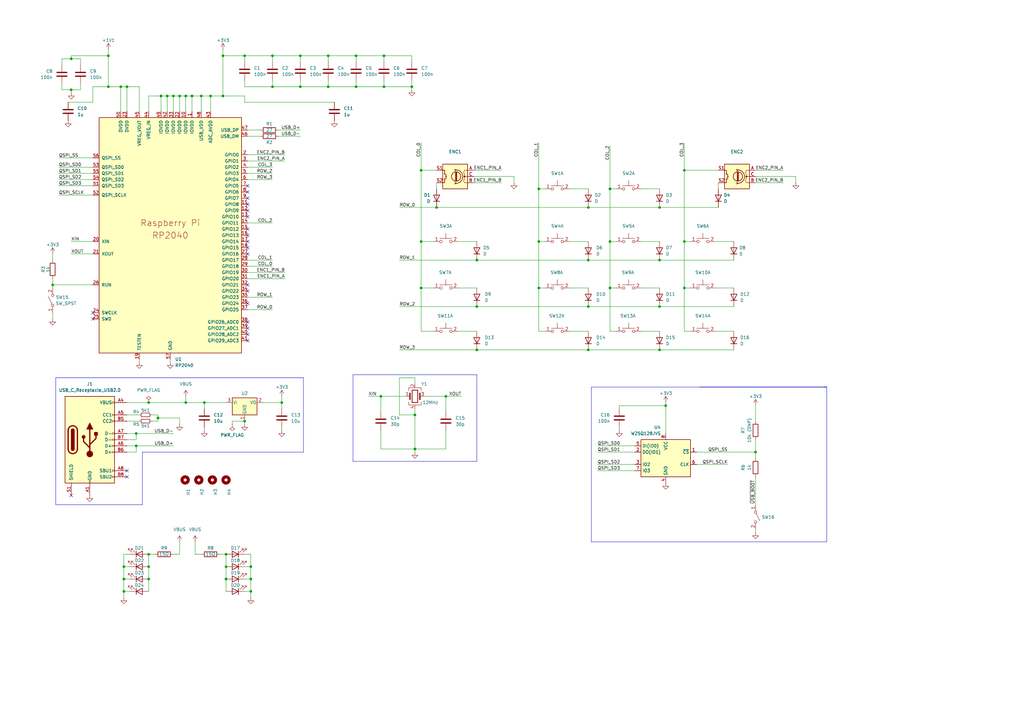
<source format=kicad_sch>
(kicad_sch (version 20230121) (generator eeschema)
  (paper "A3")
  (junction (at 195.58 106.68))
  (junction (at 182.88 162.56))
  (junction (at 170.18 184.15))
  (junction (at 76.2 165.1))
  (junction (at 78.74 39.37))
  (junction (at 280.67 69.85))
  (junction (at 29.21 36.83))
  (junction (at 91.44 39.37))
  (junction (at 168.91 35.56))
  (junction (at 60.96 237.49))
  (junction (at 270.51 85.09))
  (junction (at 220.98 118.11))
  (junction (at 68.58 39.37))
  (junction (at 270.51 125.73))
  (junction (at 92.71 232.41))
  (junction (at 83.82 165.1))
  (junction (at 100.33 172.72))
  (junction (at 179.07 85.09))
  (junction (at 170.18 170.18))
  (junction (at 52.07 35.56))
  (junction (at 134.62 35.56))
  (junction (at 172.72 118.11))
  (junction (at 71.12 39.37))
  (junction (at 21.59 116.84))
  (junction (at 280.67 99.06))
  (junction (at 250.19 99.06))
  (junction (at 50.8 237.49))
  (junction (at 309.88 185.42))
  (junction (at 146.05 22.86))
  (junction (at 91.44 22.86))
  (junction (at 102.87 232.41))
  (junction (at 86.36 39.37))
  (junction (at 134.62 22.86))
  (junction (at 156.21 162.56))
  (junction (at 157.48 35.56))
  (junction (at 123.19 35.56))
  (junction (at 273.05 166.37))
  (junction (at 123.19 22.86))
  (junction (at 250.19 77.47))
  (junction (at 195.58 125.73))
  (junction (at 102.87 237.49))
  (junction (at 49.53 35.56))
  (junction (at 241.3 143.51))
  (junction (at 44.45 35.56))
  (junction (at 60.96 165.1))
  (junction (at 50.8 242.57))
  (junction (at 50.8 232.41))
  (junction (at 220.98 99.06))
  (junction (at 60.96 227.33))
  (junction (at 250.19 118.11))
  (junction (at 102.87 242.57))
  (junction (at 64.77 171.45))
  (junction (at 172.72 99.06))
  (junction (at 92.71 227.33))
  (junction (at 55.88 177.8))
  (junction (at 111.76 35.56))
  (junction (at 241.3 85.09))
  (junction (at 241.3 106.68))
  (junction (at 172.72 69.85))
  (junction (at 82.55 39.37))
  (junction (at 280.67 118.11))
  (junction (at 66.04 39.37))
  (junction (at 157.48 22.86))
  (junction (at 115.57 165.1))
  (junction (at 220.98 77.47))
  (junction (at 29.21 24.13))
  (junction (at 270.51 106.68))
  (junction (at 100.33 22.86))
  (junction (at 55.88 182.88))
  (junction (at 73.66 39.37))
  (junction (at 241.3 125.73))
  (junction (at 92.71 237.49))
  (junction (at 60.96 232.41))
  (junction (at 195.58 143.51))
  (junction (at 76.2 39.37))
  (junction (at 270.51 143.51))
  (junction (at 44.45 22.86))
  (junction (at 146.05 35.56))
  (junction (at 111.76 22.86))
  (no_connect (at 101.6 76.2))
  (no_connect (at 101.6 119.38))
  (no_connect (at 29.21 203.2))
  (no_connect (at 52.07 195.58))
  (no_connect (at 101.6 124.46))
  (no_connect (at 101.6 96.52))
  (no_connect (at 101.6 83.82))
  (no_connect (at 38.1 130.81))
  (no_connect (at 101.6 132.08))
  (no_connect (at 101.6 137.16))
  (no_connect (at 101.6 78.74))
  (no_connect (at 101.6 139.7))
  (no_connect (at 101.6 116.84))
  (no_connect (at 101.6 99.06))
  (no_connect (at 101.6 93.98))
  (no_connect (at 101.6 101.6))
  (no_connect (at 38.1 128.27))
  (no_connect (at 101.6 104.14))
  (no_connect (at 101.6 134.62))
  (no_connect (at 52.07 193.04))
  (no_connect (at 101.6 88.9))
  (no_connect (at 101.6 86.36))
  (no_connect (at 101.6 81.28))
  (wire (pts (xy 220.98 135.89) (xy 223.52 135.89)))
  (wire (pts (xy 168.91 33.02) (xy 168.91 35.56)))
  (wire (pts (xy 91.44 39.37) (xy 100.33 39.37)))
  (wire (pts (xy 285.75 185.42) (xy 309.88 185.42)))
  (wire (pts (xy 179.07 77.47) (xy 179.07 74.93)))
  (wire (pts (xy 270.51 125.73) (xy 300.99 125.73)))
  (wire (pts (xy 250.19 99.06) (xy 252.73 99.06)))
  (wire (pts (xy 102.87 232.41) (xy 102.87 237.49)))
  (wire (pts (xy 163.83 154.94) (xy 163.83 170.18)))
  (wire (pts (xy 101.6 127) (xy 111.76 127)))
  (wire (pts (xy 134.62 35.56) (xy 146.05 35.56)))
  (polyline (pts (xy 144.78 153.67) (xy 144.78 189.23)))
  (wire (pts (xy 280.67 99.06) (xy 280.67 118.11)))
  (wire (pts (xy 134.62 22.86) (xy 146.05 22.86)))
  (wire (pts (xy 309.88 180.34) (xy 309.88 185.42)))
  (wire (pts (xy 55.88 182.88) (xy 71.12 182.88)))
  (wire (pts (xy 170.18 184.15) (xy 182.88 184.15)))
  (wire (pts (xy 80.01 227.33) (xy 82.55 227.33)))
  (wire (pts (xy 91.44 22.86) (xy 91.44 39.37)))
  (wire (pts (xy 101.6 114.3) (xy 116.84 114.3)))
  (wire (pts (xy 172.72 69.85) (xy 172.72 99.06)))
  (wire (pts (xy 91.44 39.37) (xy 86.36 39.37)))
  (wire (pts (xy 100.33 242.57) (xy 102.87 242.57)))
  (wire (pts (xy 187.96 135.89) (xy 195.58 135.89)))
  (wire (pts (xy 270.51 106.68) (xy 300.99 106.68)))
  (wire (pts (xy 60.96 45.72) (xy 60.96 39.37)))
  (wire (pts (xy 151.13 162.56) (xy 156.21 162.56)))
  (wire (pts (xy 71.12 39.37) (xy 73.66 39.37)))
  (wire (pts (xy 52.07 185.42) (xy 55.88 185.42)))
  (wire (pts (xy 64.77 171.45) (xy 64.77 172.72)))
  (wire (pts (xy 182.88 162.56) (xy 189.23 162.56)))
  (wire (pts (xy 233.68 99.06) (xy 241.3 99.06)))
  (wire (pts (xy 50.8 232.41) (xy 50.8 237.49)))
  (wire (pts (xy 62.23 170.18) (xy 64.77 170.18)))
  (polyline (pts (xy 195.58 189.23) (xy 195.58 153.67)))
  (wire (pts (xy 33.02 34.29) (xy 33.02 36.83)))
  (wire (pts (xy 280.67 118.11) (xy 280.67 135.89)))
  (wire (pts (xy 156.21 162.56) (xy 156.21 168.91)))
  (wire (pts (xy 270.51 85.09) (xy 294.64 85.09)))
  (wire (pts (xy 57.15 35.56) (xy 57.15 45.72)))
  (polyline (pts (xy 22.86 157.48) (xy 22.86 207.01)))
  (wire (pts (xy 233.68 77.47) (xy 241.3 77.47)))
  (wire (pts (xy 163.83 125.73) (xy 195.58 125.73)))
  (wire (pts (xy 100.33 35.56) (xy 111.76 35.56)))
  (wire (pts (xy 100.33 39.37) (xy 100.33 41.91)))
  (wire (pts (xy 66.04 45.72) (xy 66.04 39.37)))
  (wire (pts (xy 92.71 227.33) (xy 92.71 232.41)))
  (wire (pts (xy 298.45 190.5) (xy 285.75 190.5)))
  (wire (pts (xy 280.67 135.89) (xy 283.21 135.89)))
  (wire (pts (xy 64.77 170.18) (xy 64.77 171.45)))
  (wire (pts (xy 91.44 22.86) (xy 100.33 22.86)))
  (wire (pts (xy 115.57 162.56) (xy 115.57 165.1)))
  (wire (pts (xy 280.67 58.42) (xy 280.67 69.85)))
  (wire (pts (xy 170.18 170.18) (xy 170.18 167.64)))
  (wire (pts (xy 38.1 35.56) (xy 38.1 41.91)))
  (wire (pts (xy 172.72 118.11) (xy 172.72 135.89)))
  (wire (pts (xy 194.31 72.39) (xy 210.82 72.39)))
  (wire (pts (xy 220.98 118.11) (xy 220.98 135.89)))
  (wire (pts (xy 170.18 170.18) (xy 170.18 184.15)))
  (wire (pts (xy 163.83 170.18) (xy 170.18 170.18)))
  (wire (pts (xy 146.05 22.86) (xy 146.05 25.4)))
  (wire (pts (xy 101.6 53.34) (xy 106.68 53.34)))
  (wire (pts (xy 157.48 22.86) (xy 157.48 25.4)))
  (wire (pts (xy 80.01 222.25) (xy 80.01 227.33)))
  (wire (pts (xy 76.2 39.37) (xy 78.74 39.37)))
  (wire (pts (xy 24.13 80.01) (xy 38.1 80.01)))
  (wire (pts (xy 182.88 176.53) (xy 182.88 184.15)))
  (polyline (pts (xy 124.46 185.42) (xy 124.46 154.94)))
  (wire (pts (xy 86.36 39.37) (xy 82.55 39.37)))
  (wire (pts (xy 111.76 22.86) (xy 111.76 25.4)))
  (wire (pts (xy 182.88 162.56) (xy 182.88 168.91)))
  (wire (pts (xy 57.15 147.32) (xy 57.15 148.59)))
  (polyline (pts (xy 287.02 222.25) (xy 287.02 222.25)))
  (wire (pts (xy 146.05 33.02) (xy 146.05 35.56)))
  (wire (pts (xy 27.94 41.91) (xy 38.1 41.91)))
  (wire (pts (xy 101.6 68.58) (xy 111.76 68.58)))
  (wire (pts (xy 309.88 166.37) (xy 309.88 172.72)))
  (wire (pts (xy 172.72 99.06) (xy 172.72 118.11)))
  (wire (pts (xy 24.13 73.66) (xy 38.1 73.66)))
  (wire (pts (xy 123.19 22.86) (xy 123.19 25.4)))
  (wire (pts (xy 55.88 177.8) (xy 71.12 177.8)))
  (wire (pts (xy 220.98 58.42) (xy 220.98 77.47)))
  (wire (pts (xy 123.19 35.56) (xy 134.62 35.56)))
  (wire (pts (xy 91.44 20.32) (xy 91.44 22.86)))
  (wire (pts (xy 50.8 237.49) (xy 53.34 237.49)))
  (polyline (pts (xy 144.78 189.23) (xy 195.58 189.23)))
  (wire (pts (xy 73.66 227.33) (xy 71.12 227.33)))
  (wire (pts (xy 168.91 22.86) (xy 168.91 25.4)))
  (wire (pts (xy 134.62 33.02) (xy 134.62 35.56)))
  (wire (pts (xy 44.45 35.56) (xy 49.53 35.56)))
  (wire (pts (xy 52.07 170.18) (xy 57.15 170.18)))
  (wire (pts (xy 50.8 232.41) (xy 53.34 232.41)))
  (wire (pts (xy 44.45 20.32) (xy 44.45 22.86)))
  (wire (pts (xy 29.21 36.83) (xy 29.21 38.1)))
  (wire (pts (xy 163.83 106.68) (xy 195.58 106.68)))
  (polyline (pts (xy 339.09 222.25) (xy 287.02 222.25)))
  (wire (pts (xy 179.07 85.09) (xy 241.3 85.09)))
  (wire (pts (xy 78.74 45.72) (xy 78.74 39.37)))
  (wire (pts (xy 64.77 172.72) (xy 62.23 172.72)))
  (wire (pts (xy 220.98 77.47) (xy 223.52 77.47)))
  (wire (pts (xy 92.71 232.41) (xy 92.71 237.49)))
  (wire (pts (xy 157.48 33.02) (xy 157.48 35.56)))
  (wire (pts (xy 250.19 77.47) (xy 252.73 77.47)))
  (wire (pts (xy 60.96 237.49) (xy 60.96 242.57)))
  (wire (pts (xy 241.3 85.09) (xy 270.51 85.09)))
  (wire (pts (xy 233.68 118.11) (xy 241.3 118.11)))
  (wire (pts (xy 250.19 99.06) (xy 250.19 118.11)))
  (wire (pts (xy 166.37 162.56) (xy 156.21 162.56)))
  (wire (pts (xy 29.21 22.86) (xy 44.45 22.86)))
  (wire (pts (xy 172.72 99.06) (xy 177.8 99.06)))
  (polyline (pts (xy 337.82 158.75) (xy 339.09 158.75)))
  (wire (pts (xy 254 175.26) (xy 254 176.53)))
  (wire (pts (xy 111.76 33.02) (xy 111.76 35.56)))
  (wire (pts (xy 55.88 185.42) (xy 55.88 182.88)))
  (wire (pts (xy 95.25 172.72) (xy 100.33 172.72)))
  (wire (pts (xy 52.07 177.8) (xy 55.88 177.8)))
  (wire (pts (xy 115.57 175.26) (xy 115.57 176.53)))
  (polyline (pts (xy 339.09 158.75) (xy 287.02 158.75)))
  (wire (pts (xy 163.83 85.09) (xy 179.07 85.09)))
  (wire (pts (xy 101.6 109.22) (xy 111.76 109.22)))
  (wire (pts (xy 309.88 74.93) (xy 321.31 74.93)))
  (wire (pts (xy 241.3 125.73) (xy 270.51 125.73)))
  (wire (pts (xy 220.98 118.11) (xy 223.52 118.11)))
  (wire (pts (xy 170.18 157.48) (xy 170.18 154.94)))
  (wire (pts (xy 50.8 242.57) (xy 50.8 245.11)))
  (wire (pts (xy 293.37 118.11) (xy 300.99 118.11)))
  (wire (pts (xy 101.6 106.68) (xy 111.76 106.68)))
  (wire (pts (xy 156.21 176.53) (xy 156.21 184.15)))
  (wire (pts (xy 172.72 118.11) (xy 177.8 118.11)))
  (wire (pts (xy 83.82 167.64) (xy 83.82 165.1)))
  (wire (pts (xy 326.39 72.39) (xy 326.39 74.93)))
  (wire (pts (xy 250.19 118.11) (xy 250.19 135.89)))
  (wire (pts (xy 293.37 99.06) (xy 300.99 99.06)))
  (wire (pts (xy 76.2 165.1) (xy 83.82 165.1)))
  (polyline (pts (xy 124.46 154.94) (xy 22.86 154.94)))
  (wire (pts (xy 100.33 237.49) (xy 102.87 237.49)))
  (wire (pts (xy 21.59 114.3) (xy 21.59 116.84)))
  (wire (pts (xy 309.88 195.58) (xy 309.88 207.01)))
  (wire (pts (xy 146.05 22.86) (xy 157.48 22.86)))
  (polyline (pts (xy 58.42 207.01) (xy 58.42 185.42)))
  (polyline (pts (xy 242.57 222.25) (xy 242.57 158.75)))
  (wire (pts (xy 220.98 99.06) (xy 220.98 118.11)))
  (polyline (pts (xy 144.78 153.67) (xy 195.58 153.67)))
  (wire (pts (xy 29.21 24.13) (xy 29.21 22.86)))
  (wire (pts (xy 172.72 135.89) (xy 177.8 135.89)))
  (wire (pts (xy 170.18 184.15) (xy 170.18 185.42)))
  (wire (pts (xy 233.68 135.89) (xy 241.3 135.89)))
  (wire (pts (xy 107.95 165.1) (xy 115.57 165.1)))
  (wire (pts (xy 250.19 77.47) (xy 250.19 99.06)))
  (wire (pts (xy 250.19 135.89) (xy 252.73 135.89)))
  (wire (pts (xy 78.74 39.37) (xy 82.55 39.37)))
  (polyline (pts (xy 339.09 158.75) (xy 242.57 158.75)))
  (wire (pts (xy 280.67 69.85) (xy 294.64 69.85)))
  (wire (pts (xy 114.3 53.34) (xy 123.19 53.34)))
  (wire (pts (xy 102.87 227.33) (xy 102.87 232.41)))
  (wire (pts (xy 68.58 45.72) (xy 68.58 39.37)))
  (wire (pts (xy 49.53 35.56) (xy 49.53 45.72)))
  (wire (pts (xy 241.3 143.51) (xy 270.51 143.51)))
  (wire (pts (xy 273.05 166.37) (xy 254 166.37)))
  (wire (pts (xy 21.59 116.84) (xy 21.59 118.11)))
  (wire (pts (xy 262.89 99.06) (xy 270.51 99.06)))
  (wire (pts (xy 52.07 180.34) (xy 55.88 180.34)))
  (wire (pts (xy 195.58 125.73) (xy 241.3 125.73)))
  (wire (pts (xy 101.6 73.66) (xy 111.76 73.66)))
  (wire (pts (xy 60.96 39.37) (xy 66.04 39.37)))
  (wire (pts (xy 24.13 68.58) (xy 38.1 68.58)))
  (wire (pts (xy 60.96 227.33) (xy 63.5 227.33)))
  (wire (pts (xy 73.66 45.72) (xy 73.66 39.37)))
  (wire (pts (xy 309.88 72.39) (xy 326.39 72.39)))
  (wire (pts (xy 123.19 33.02) (xy 123.19 35.56)))
  (wire (pts (xy 170.18 154.94) (xy 163.83 154.94)))
  (wire (pts (xy 195.58 143.51) (xy 241.3 143.51)))
  (wire (pts (xy 260.35 182.88) (xy 245.11 182.88)))
  (wire (pts (xy 293.37 135.89) (xy 300.99 135.89)))
  (wire (pts (xy 29.21 36.83) (xy 33.02 36.83)))
  (wire (pts (xy 71.12 45.72) (xy 71.12 39.37)))
  (wire (pts (xy 76.2 45.72) (xy 76.2 39.37)))
  (wire (pts (xy 21.59 128.27) (xy 21.59 130.81)))
  (wire (pts (xy 157.48 22.86) (xy 168.91 22.86)))
  (wire (pts (xy 55.88 180.34) (xy 55.88 177.8)))
  (wire (pts (xy 101.6 121.92) (xy 111.76 121.92)))
  (wire (pts (xy 262.89 118.11) (xy 270.51 118.11)))
  (wire (pts (xy 86.36 39.37) (xy 86.36 45.72)))
  (wire (pts (xy 101.6 111.76) (xy 116.84 111.76)))
  (wire (pts (xy 309.88 185.42) (xy 309.88 187.96)))
  (wire (pts (xy 262.89 77.47) (xy 270.51 77.47)))
  (wire (pts (xy 52.07 182.88) (xy 55.88 182.88)))
  (wire (pts (xy 52.07 172.72) (xy 57.15 172.72)))
  (wire (pts (xy 60.96 227.33) (xy 60.96 232.41)))
  (wire (pts (xy 260.35 185.42) (xy 245.11 185.42)))
  (wire (pts (xy 101.6 71.12) (xy 111.76 71.12)))
  (wire (pts (xy 309.88 69.85) (xy 321.31 69.85)))
  (wire (pts (xy 52.07 35.56) (xy 52.07 45.72)))
  (wire (pts (xy 38.1 35.56) (xy 44.45 35.56)))
  (wire (pts (xy 33.02 24.13) (xy 33.02 26.67)))
  (wire (pts (xy 146.05 35.56) (xy 157.48 35.56)))
  (wire (pts (xy 102.87 242.57) (xy 102.87 245.11)))
  (wire (pts (xy 100.33 227.33) (xy 102.87 227.33)))
  (wire (pts (xy 280.67 69.85) (xy 280.67 99.06)))
  (wire (pts (xy 194.31 69.85) (xy 205.74 69.85)))
  (wire (pts (xy 66.04 39.37) (xy 68.58 39.37)))
  (wire (pts (xy 60.96 165.1) (xy 76.2 165.1)))
  (wire (pts (xy 25.4 24.13) (xy 29.21 24.13)))
  (polyline (pts (xy 58.42 185.42) (xy 124.46 185.42)))
  (wire (pts (xy 195.58 106.68) (xy 241.3 106.68)))
  (wire (pts (xy 273.05 165.1) (xy 273.05 166.37)))
  (wire (pts (xy 168.91 35.56) (xy 168.91 36.83)))
  (wire (pts (xy 83.82 175.26) (xy 83.82 176.53)))
  (wire (pts (xy 101.6 55.88) (xy 106.68 55.88)))
  (wire (pts (xy 101.6 91.44) (xy 111.76 91.44)))
  (wire (pts (xy 111.76 35.56) (xy 123.19 35.56)))
  (wire (pts (xy 29.21 99.06) (xy 38.1 99.06)))
  (wire (pts (xy 102.87 237.49) (xy 102.87 242.57)))
  (wire (pts (xy 280.67 99.06) (xy 283.21 99.06)))
  (wire (pts (xy 53.34 227.33) (xy 50.8 227.33)))
  (wire (pts (xy 100.33 33.02) (xy 100.33 35.56)))
  (wire (pts (xy 73.66 222.25) (xy 73.66 227.33)))
  (wire (pts (xy 172.72 69.85) (xy 179.07 69.85)))
  (wire (pts (xy 101.6 63.5) (xy 116.84 63.5)))
  (wire (pts (xy 73.66 171.45) (xy 73.66 173.99)))
  (wire (pts (xy 100.33 232.41) (xy 102.87 232.41)))
  (wire (pts (xy 273.05 166.37) (xy 273.05 177.8)))
  (wire (pts (xy 76.2 162.56) (xy 76.2 165.1)))
  (wire (pts (xy 210.82 72.39) (xy 210.82 74.93)))
  (wire (pts (xy 294.64 74.93) (xy 294.64 77.47)))
  (wire (pts (xy 205.74 74.93) (xy 194.31 74.93)))
  (wire (pts (xy 173.99 162.56) (xy 182.88 162.56)))
  (wire (pts (xy 250.19 59.69) (xy 250.19 77.47)))
  (wire (pts (xy 309.88 217.17) (xy 309.88 218.44)))
  (wire (pts (xy 100.33 25.4) (xy 100.33 22.86)))
  (wire (pts (xy 260.35 193.04) (xy 245.11 193.04)))
  (wire (pts (xy 24.13 71.12) (xy 38.1 71.12)))
  (wire (pts (xy 95.25 173.99) (xy 95.25 172.72)))
  (wire (pts (xy 260.35 190.5) (xy 245.11 190.5)))
  (wire (pts (xy 115.57 165.1) (xy 115.57 167.64)))
  (wire (pts (xy 25.4 34.29) (xy 25.4 36.83)))
  (wire (pts (xy 157.48 35.56) (xy 168.91 35.56)))
  (wire (pts (xy 134.62 22.86) (xy 134.62 25.4)))
  (wire (pts (xy 100.33 172.72) (xy 100.33 173.99)))
  (polyline (pts (xy 22.86 154.94) (xy 22.86 157.48)))
  (wire (pts (xy 92.71 237.49) (xy 92.71 242.57)))
  (wire (pts (xy 24.13 76.2) (xy 38.1 76.2)))
  (wire (pts (xy 50.8 227.33) (xy 50.8 232.41)))
  (wire (pts (xy 21.59 104.14) (xy 21.59 106.68)))
  (wire (pts (xy 50.8 237.49) (xy 50.8 242.57)))
  (wire (pts (xy 82.55 39.37) (xy 82.55 45.72)))
  (wire (pts (xy 25.4 26.67) (xy 25.4 24.13)))
  (wire (pts (xy 68.58 39.37) (xy 71.12 39.37)))
  (wire (pts (xy 83.82 165.1) (xy 92.71 165.1)))
  (wire (pts (xy 241.3 106.68) (xy 270.51 106.68)))
  (wire (pts (xy 163.83 143.51) (xy 195.58 143.51)))
  (wire (pts (xy 64.77 171.45) (xy 73.66 171.45)))
  (wire (pts (xy 254 166.37) (xy 254 167.64)))
  (wire (pts (xy 69.85 147.32) (xy 69.85 148.59)))
  (wire (pts (xy 262.89 135.89) (xy 270.51 135.89)))
  (wire (pts (xy 111.76 22.86) (xy 123.19 22.86)))
  (wire (pts (xy 25.4 36.83) (xy 29.21 36.83)))
  (wire (pts (xy 29.21 104.14) (xy 38.1 104.14)))
  (polyline (pts (xy 339.09 158.75) (xy 339.09 222.25)))
  (wire (pts (xy 24.13 64.77) (xy 38.1 64.77)))
  (wire (pts (xy 29.21 24.13) (xy 33.02 24.13)))
  (wire (pts (xy 101.6 66.04) (xy 116.84 66.04)))
  (wire (pts (xy 52.07 35.56) (xy 57.15 35.56)))
  (wire (pts (xy 49.53 35.56) (xy 52.07 35.56)))
  (wire (pts (xy 100.33 22.86) (xy 111.76 22.86)))
  (polyline (pts (xy 22.86 207.01) (xy 58.42 207.01)))
  (wire (pts (xy 220.98 99.06) (xy 223.52 99.06)))
  (wire (pts (xy 73.66 39.37) (xy 76.2 39.37)))
  (wire (pts (xy 187.96 118.11) (xy 195.58 118.11)))
  (wire (pts (xy 114.3 55.88) (xy 123.19 55.88)))
  (wire (pts (xy 156.21 184.15) (xy 170.18 184.15)))
  (wire (pts (xy 123.19 22.86) (xy 134.62 22.86)))
  (wire (pts (xy 50.8 242.57) (xy 53.34 242.57)))
  (wire (pts (xy 44.45 35.56) (xy 44.45 22.86)))
  (wire (pts (xy 172.72 58.42) (xy 172.72 69.85)))
  (wire (pts (xy 100.33 41.91) (xy 137.16 41.91)))
  (wire (pts (xy 187.96 99.06) (xy 195.58 99.06)))
  (wire (pts (xy 270.51 143.51) (xy 300.99 143.51)))
  (wire (pts (xy 220.98 77.47) (xy 220.98 99.06)))
  (wire (pts (xy 21.59 116.84) (xy 38.1 116.84)))
  (wire (pts (xy 280.67 118.11) (xy 283.21 118.11)))
  (wire (pts (xy 52.07 165.1) (xy 60.96 165.1)))
  (wire (pts (xy 250.19 118.11) (xy 252.73 118.11)))
  (polyline (pts (xy 287.02 222.25) (xy 242.57 222.25)))
  (wire (pts (xy 60.96 232.41) (xy 60.96 237.49)))
  (wire (pts (xy 90.17 227.33) (xy 92.71 227.33)))
  (label "XOUT" (at 29.21 104.14 0))
  (label "QSPI_SD2" (at 245.11 190.5 0))
  (label "ENC2_PIN_B" (at 116.84 63.5 180))
  (label "USB_D-" (at 71.12 177.8 180))
  (label "ROW_1" (at 111.76 121.92 180))
  (label "QSPI_SCLK" (at 24.13 80.01 0))
  (label "ROW_2" (at 111.76 71.12 180))
  (label "XOUT" (at 189.23 162.56 180))
  (label "USB_D+" (at 71.12 182.88 180))
  (label "ENC1_PIN_A" (at 205.74 69.85 180))
  (label "QSPI_SS" (at 298.45 185.42 180))
  (label "QSPI_SD3" (at 245.11 193.04 0))
  (label "COL_0" (at 172.72 58.42 270))
  (label "ENC1_PIN_B" (at 205.74 74.93 180))
  (label "ROW_3" (at 163.83 143.51 0))
  (label "XIN" (at 151.13 162.56 0))
  (label "ENC2_PIN_B" (at 321.31 74.93 180))
  (label "QSPI_SD0" (at 24.13 68.58 0))
  (label "QSPI_SCLK" (at 298.45 190.5 180))
  (label "ENC2_PIN_A" (at 116.84 66.04 180))
  (label "QSPI_SD2" (at 24.13 73.66 0))
  (label "COL_1" (at 220.98 58.42 270))
  (label "ROW_3" (at 111.76 73.66 180))
  (label "COL_2" (at 250.19 59.69 270))
  (label "COL_3" (at 111.76 68.58 180))
  (label "QSPI_SS" (at 24.13 64.77 0))
  (label "COL_0" (at 111.76 109.22 180))
  (label "QSPI_SD1" (at 24.13 71.12 0))
  (label "COL_3" (at 280.67 58.42 270))
  (label "QSPI_SD0" (at 245.11 182.88 0))
  (label "ENC1_PIN_B" (at 116.84 111.76 180))
  (label "USB_D+" (at 123.19 53.34 180))
  (label "~{USB_BOOT}" (at 309.88 196.85 270))
  (label "ENC2_PIN_A" (at 321.31 69.85 180))
  (label "QSPI_SD3" (at 24.13 76.2 0))
  (label "ENC1_PIN_A" (at 116.84 114.3 180))
  (label "USB_D-" (at 123.19 55.88 180))
  (label "ROW_0" (at 111.76 127 180))
  (label "ROW_1" (at 163.83 106.68 0))
  (label "ROW_0" (at 163.83 85.09 0))
  (label "XIN" (at 29.21 99.06 0))
  (label "ROW_2" (at 163.83 125.73 0))
  (label "COL_1" (at 111.76 106.68 180))
  (label "COL_2" (at 111.76 91.44 180))
  (label "QSPI_SD1" (at 245.11 185.42 0))
  (symbol (lib_id "Device:C") (at 156.21 172.72 0) (unit 1)
    (property "Reference" "C14" (at 160.147 171.4499 0) (effects (justify left)))
    (property "Value" "30p" (at 160.147 173.9899 0) (effects (justify left)))
    (property "Footprint" "Capacitor_SMD:C_0402_1005Metric" (effects hide))
  )
  (symbol (lib_id "Device:R") (at 86.36 227.33 270) (unit 1)
    (property "Reference" "R8" (at 86.36 224.79 90))
    (property "Value" "15Ω" (at 86.36 227.33 90))
    (property "Footprint" "Resistor_SMD:R_0805_2012Metric" (effects hide))
  )
  (symbol (lib_id "keebio:MX_LED") (at 257.81 135.89 0) (unit 1)
    (property "Reference" "SW13" (at 257.556 129.54 0))
    (property "Value" "KEY_MX" (effects hide))
    (property "Footprint" "Button_Switch_Keyboard:SW_Cherry_MX_1.00u_PCB_UPDATED_FOOTPRINT_RIGHT_PIN_ASSIGNMENT" (effects hide))
  )
  (symbol (lib_name "D_2") (lib_id "Device:D") (at 300.99 139.7 90) (unit 1)
    (property "Reference" "D16" (at 303.53 138.4299 90) (effects (justify right)))
    (property "Value" "D" (at 303.53 140.9699 90) (effects (justify right)))
    (property "Footprint" "Diode_SMD:D_SOD-123" (effects hide))
  )
  (symbol (lib_id "Device:RotaryEncoder_Switch") (at 302.26 72.39 0) (mirror y) (unit 1)
    (property "Reference" "ENC2" (at 302.26 62.23 0))
    (property "Value" "Encoder_Switch" (effects hide))
    (property "Footprint" "Rotary_Encoder:RotaryEncoder_Alps_EC11E-Switch_Vertical_H20mm" (effects hide))
  )
  (symbol (lib_name "RP2040_1") (lib_id "MCU_RaspberryPi_RP2040:RP2040") (at 69.85 96.52 0) (unit 1)
    (property "Reference" "U1" (at 71.8059 147.32 0) (effects (justify left)))
    (property "Value" "RP2040" (at 71.8059 149.86 0) (effects (justify left)))
    (property "Footprint" "RP2040_minimal:RP2040-QFN-56" (effects hide))
    (property "JLCPCB_PART_NUMBER" "C2040" (effects hide))
  )
  (symbol (lib_id "power:GND") (at 273.05 198.12 0) (mirror y) (unit 1)
    (property "Reference" "#PWR026" (effects hide))
    (property "Value" "GND" (effects hide))
  )
  (symbol (lib_name "D_15") (lib_id "Device:D") (at 294.64 81.28 90) (unit 1)
    (property "Reference" "D4" (at 296.799 80.0099 90) (effects (justify right)))
    (property "Value" "D" (at 296.799 82.5499 90) (effects (justify right)))
    (property "Footprint" "Diode_SMD:D_SOD-123" (effects hide))
  )
  (symbol (lib_id "Mechanical:MountingHole") (at 75.946 196.85 270) (unit 1)
    (property "Reference" "H1" (at 77.2161 200.406 0) (effects (justify left)))
    (property "Value" "MountingHole" (effects hide))
    (property "Footprint" "MountingHole:MountingHole_2.2mm_M2" (effects hide))
  )
  (symbol (lib_id "Device:C") (at 27.94 45.72 0) (unit 1)
    (property "Reference" "C10" (at 31.75 44.4499 0) (effects (justify left)))
    (property "Value" "1u" (at 31.75 46.9899 0) (effects (justify left)))
    (property "Footprint" "Capacitor_SMD:C_0402_1005Metric" (effects hide))
  )
  (symbol (lib_id "Device:C") (at 157.48 29.21 0) (unit 1)
    (property "Reference" "C6" (at 161.29 27.9399 0) (effects (justify left)))
    (property "Value" "100n" (at 161.29 30.4799 0) (effects (justify left)))
    (property "Footprint" "Capacitor_SMD:C_0402_1005Metric" (effects hide))
  )
  (symbol (lib_id "power:GND") (at 27.94 49.53 0) (unit 1)
    (property "Reference" "#PWR05" (effects hide))
    (property "Value" "GND" (effects hide))
  )
  (symbol (lib_id "power:GND") (at 69.85 148.59 0) (unit 1)
    (property "Reference" "#PWR011" (effects hide))
    (property "Value" "GND" (effects hide))
  )
  (symbol (lib_id "Device:R") (at 309.88 191.77 0) (mirror y) (unit 1)
    (property "Reference" "R6" (at 304.8 191.77 90))
    (property "Value" "1k" (at 307.34 191.77 90))
    (property "Footprint" "Resistor_SMD:R_0402_1005Metric" (effects hide))
  )
  (symbol (lib_id "Device:C") (at 134.62 29.21 0) (unit 1)
    (property "Reference" "C4" (at 138.43 27.9399 0) (effects (justify left)))
    (property "Value" "100n" (at 138.43 30.4799 0) (effects (justify left)))
    (property "Footprint" "Capacitor_SMD:C_0402_1005Metric" (effects hide))
  )
  (symbol (lib_id "keebio:MX_LED") (at 228.6 77.47 0) (unit 1)
    (property "Reference" "SW1" (at 228.6 71.12 0))
    (property "Value" "KEY_MX" (effects hide))
    (property "Footprint" "Button_Switch_Keyboard:SW_Cherry_MX_1.00u_PCB_UPDATED_FOOTPRINT_RIGHT_PIN_ASSIGNMENT" (effects hide))
  )
  (symbol (lib_name "VBUS_1") (lib_id "power:VBUS") (at 73.66 222.25 0) (unit 1)
    (property "Reference" "#PWR029" (effects hide))
    (property "Value" "VBUS" (at 73.66 217.17 0))
  )
  (symbol (lib_id "power:GND") (at 170.18 185.42 0) (unit 1)
    (property "Reference" "#PWR021" (effects hide))
    (property "Value" "GND" (effects hide))
  )
  (symbol (lib_name "D_14") (lib_id "Device:D") (at 300.99 102.87 90) (unit 1)
    (property "Reference" "D8" (at 303.149 101.5999 90) (effects (justify right)))
    (property "Value" "D" (at 303.149 104.1399 90) (effects (justify right)))
    (property "Footprint" "Diode_SMD:D_SOD-123" (effects hide))
  )
  (symbol (lib_id "power:GND") (at 73.66 173.99 0) (mirror y) (unit 1)
    (property "Reference" "#PWR015" (effects hide))
    (property "Value" "GND" (effects hide))
  )
  (symbol (lib_id "Mechanical:MountingHole") (at 92.71 196.85 270) (unit 1)
    (property "Reference" "H4" (at 93.9801 200.406 0) (effects (justify left)))
    (property "Value" "MountingHole" (effects hide))
    (property "Footprint" "MountingHole:MountingHole_2.2mm_M2" (effects hide))
  )
  (symbol (lib_name "GND_2") (lib_id "power:GND") (at 21.59 130.81 0) (unit 1)
    (property "Reference" "#PWR014" (effects hide))
    (property "Value" "GND" (effects hide))
  )
  (symbol (lib_name "D_13") (lib_id "Device:D") (at 241.3 81.28 90) (unit 1)
    (property "Reference" "D2" (at 243.84 80.0099 90) (effects (justify right)))
    (property "Value" "D" (at 243.84 82.5499 90) (effects (justify right)))
    (property "Footprint" "Diode_SMD:D_SOD-123" (effects hide))
  )
  (symbol (lib_id "Device:LED") (at 96.52 227.33 180) (unit 1)
    (property "Reference" "D17" (at 96.52 224.79 0))
    (property "Value" "LED" (effects hide))
    (property "Footprint" "Diode_SMD:D_0805_2012Metric" (effects hide))
  )
  (symbol (lib_name "D_12") (lib_id "Device:D") (at 300.99 121.92 90) (unit 1)
    (property "Reference" "D12" (at 303.53 120.6499 90) (effects (justify right)))
    (property "Value" "D" (at 303.53 123.1899 90) (effects (justify right)))
    (property "Footprint" "Diode_SMD:D_SOD-123" (effects hide))
  )
  (symbol (lib_id "power:GND") (at 29.21 38.1 0) (unit 1)
    (property "Reference" "#PWR04" (effects hide))
    (property "Value" "GND" (effects hide))
  )
  (symbol (lib_id "Device:D") (at 241.3 139.7 90) (unit 1)
    (property "Reference" "D14" (at 244.475 138.4299 90) (effects (justify right)))
    (property "Value" "D" (at 244.475 140.9699 90) (effects (justify right)))
    (property "Footprint" "Diode_SMD:D_SOD-123" (effects hide))
  )
  (symbol (lib_id "Device:LED") (at 57.15 227.33 0) (mirror x) (unit 1)
    (property "Reference" "D21" (at 57.15 224.79 0))
    (property "Value" "LED" (effects hide))
    (property "Footprint" "Diode_SMD:D_0805_2012Metric" (effects hide))
  )
  (symbol (lib_id "power:GND") (at 254 176.53 0) (mirror y) (unit 1)
    (property "Reference" "#PWR023" (effects hide))
    (property "Value" "GND" (effects hide))
  )
  (symbol (lib_id "Device:LED") (at 57.15 237.49 0) (mirror x) (unit 1)
    (property "Reference" "D23" (at 57.15 234.95 0))
    (property "Value" "LED" (effects hide))
    (property "Footprint" "Diode_SMD:D_0805_2012Metric" (effects hide))
  )
  (symbol (lib_id "keebio:MX_LED") (at 257.81 77.47 0) (unit 1)
    (property "Reference" "SW2" (at 257.81 71.12 0))
    (property "Value" "KEY_MX" (effects hide))
    (property "Footprint" "Button_Switch_Keyboard:SW_Cherry_MX_1.00u_PCB_UPDATED_FOOTPRINT_RIGHT_PIN_ASSIGNMENT" (effects hide))
  )
  (symbol (lib_name "D_11") (lib_id "Device:D") (at 270.51 102.87 90) (unit 1)
    (property "Reference" "D7" (at 273.05 101.5999 90) (effects (justify right)))
    (property "Value" "D" (at 273.05 104.1399 90) (effects (justify right)))
    (property "Footprint" "Diode_SMD:D_SOD-123" (effects hide))
  )
  (symbol (lib_name "GND_1") (lib_id "power:GND") (at 210.82 74.93 0) (unit 1)
    (property "Reference" "#PWR07" (effects hide))
    (property "Value" "GND" (effects hide))
  )
  (symbol (lib_name "GND_1") (lib_id "power:GND") (at 326.39 74.93 0) (unit 1)
    (property "Reference" "#PWR08" (effects hide))
    (property "Value" "GND" (effects hide))
  )
  (symbol (lib_id "Device:C") (at 100.33 29.21 0) (unit 1)
    (property "Reference" "C1" (at 104.14 27.9399 0) (effects (justify left)))
    (property "Value" "100n" (at 104.14 30.4799 0) (effects (justify left)))
    (property "Footprint" "Capacitor_SMD:C_0402_1005Metric" (effects hide))
  )
  (symbol (lib_id "keebio:MX_LED") (at 182.88 135.89 0) (unit 1)
    (property "Reference" "SW11" (at 182.626 129.54 0))
    (property "Value" "KEY_MX" (effects hide))
    (property "Footprint" "Button_Switch_Keyboard:SW_Cherry_MX_1.00u_PCB_UPDATED_FOOTPRINT_RIGHT_PIN_ASSIGNMENT" (effects hide))
  )
  (symbol (lib_name "D_10") (lib_id "Device:D") (at 241.3 121.92 90) (unit 1)
    (property "Reference" "D10" (at 244.475 120.6499 90) (effects (justify right)))
    (property "Value" "D" (at 244.475 123.1899 90) (effects (justify right)))
    (property "Footprint" "Diode_SMD:D_SOD-123" (effects hide))
  )
  (symbol (lib_id "Regulator_Linear:NCP1117-3.3_SOT223") (at 100.33 165.1 0) (unit 1)
    (property "Reference" "U2" (at 100.33 161.29 0))
    (property "Value" "NCP1117-3.3_SOT223" (effects hide))
    (property "Footprint" "Package_TO_SOT_SMD:SOT-223-3_TabPin2" (effects hide))
    (property "Datasheet" "http://www.onsemi.com/pub_link/Collateral/NCP1117-D.PDF" (effects hide))
  )
  (symbol (lib_id "Connector:USB_C_Receptacle_USB2.0") (at 36.83 180.34 0) (unit 1)
    (property "Reference" "J1" (at 36.83 157.48 0))
    (property "Value" "USB_C_Receptacle_USB2.0" (at 36.83 160.02 0))
    (property "Footprint" "Connector_USB:USB_C_Receptacle_XKB_U262-16XN-4BVC11" (effects hide))
    (property "Datasheet" "https://www.usb.org/sites/default/files/documents/usb_type-c.zip" (effects hide))
  )
  (symbol (lib_id "keebio:MX_LED") (at 182.88 99.06 0) (unit 1)
    (property "Reference" "SW3" (at 182.88 92.71 0))
    (property "Value" "KEY_MX" (effects hide))
    (property "Footprint" "Button_Switch_Keyboard:SW_Cherry_MX_1.00u_PCB_UPDATED_FOOTPRINT_RIGHT_PIN_ASSIGNMENT" (effects hide))
  )
  (symbol (lib_name "VBUS_1") (lib_id "power:VBUS") (at 80.01 222.25 0) (unit 1)
    (property "Reference" "#PWR024" (effects hide))
    (property "Value" "VBUS" (at 80.01 217.17 0))
  )
  (symbol (lib_id "power:GND") (at 50.8 245.11 0) (unit 1)
    (property "Reference" "#PWR027" (effects hide))
    (property "Value" "GND" (effects hide))
  )
  (symbol (lib_id "Device:LED") (at 96.52 242.57 180) (unit 1)
    (property "Reference" "D20" (at 96.52 240.03 0))
    (property "Value" "LED" (effects hide))
    (property "Footprint" "Diode_SMD:D_0805_2012Metric" (effects hide))
  )
  (symbol (lib_id "keebio:MX_LED") (at 182.88 118.11 0) (unit 1)
    (property "Reference" "SW7" (at 182.626 111.76 0))
    (property "Value" "KEY_MX" (effects hide))
    (property "Footprint" "Button_Switch_Keyboard:SW_Cherry_MX_1.00u_PCB_UPDATED_FOOTPRINT_RIGHT_PIN_ASSIGNMENT" (effects hide))
  )
  (symbol (lib_id "power:PWR_FLAG") (at 95.25 173.99 180) (unit 1)
    (property "Reference" "#FLG02" (effects hide))
    (property "Value" "PWR_FLAG" (at 95.25 178.435 0))
  )
  (symbol (lib_id "power:GND") (at 36.83 203.2 0) (unit 1)
    (property "Reference" "#PWR020" (effects hide))
    (property "Value" "GND" (effects hide))
  )
  (symbol (lib_id "power:+3V3") (at 309.88 166.37 0) (mirror y) (unit 1)
    (property "Reference" "#PWR019" (effects hide))
    (property "Value" "+3V3" (at 309.88 162.56 0))
  )
  (symbol (lib_id "power:GND") (at 83.82 176.53 0) (unit 1)
    (property "Reference" "#PWR017" (effects hide))
    (property "Value" "GND" (effects hide))
  )
  (symbol (lib_id "Device:R") (at 309.88 176.53 0) (mirror y) (unit 1)
    (property "Reference" "R7" (at 304.8 176.53 90))
    (property "Value" "10k (DNP)" (at 307.34 176.53 90))
    (property "Footprint" "Resistor_SMD:R_0402_1005Metric" (effects hide))
  )
  (symbol (lib_id "power:GND") (at 57.15 148.59 0) (unit 1)
    (property "Reference" "#PWR010" (effects hide))
    (property "Value" "GND" (effects hide))
  )
  (symbol (lib_name "+3V3_1") (lib_id "power:+3V3") (at 115.57 162.56 0) (unit 1)
    (property "Reference" "#PWR013" (effects hide))
    (property "Value" "+3V3" (at 115.57 158.75 0))
  )
  (symbol (lib_id "power:+3V3") (at 21.59 104.14 0) (unit 1)
    (property "Reference" "#PWR09" (effects hide))
    (property "Value" "+3V3" (at 21.59 100.33 0))
  )
  (symbol (lib_id "keebio:MX_LED") (at 288.29 118.11 0) (unit 1)
    (property "Reference" "SW10" (at 288.29 111.76 0))
    (property "Value" "KEY_MX" (effects hide))
    (property "Footprint" "Button_Switch_Keyboard:SW_Cherry_MX_1.00u_PCB_UPDATED_FOOTPRINT_RIGHT_PIN_ASSIGNMENT" (effects hide))
  )
  (symbol (lib_id "Device:C") (at 83.82 171.45 0) (unit 1)
    (property "Reference" "C12" (at 87.63 170.1799 0) (effects (justify left)))
    (property "Value" "10u" (at 87.63 172.7199 0) (effects (justify left)))
    (property "Footprint" "Capacitor_SMD:C_0603_1608Metric" (effects hide))
  )
  (symbol (lib_id "Mechanical:MountingHole") (at 87.122 196.85 270) (unit 1)
    (property "Reference" "H3" (at 88.3921 200.406 0) (effects (justify left)))
    (property "Value" "MountingHole" (effects hide))
    (property "Footprint" "MountingHole:MountingHole_2.2mm_M2" (effects hide))
  )
  (symbol (lib_id "power:+1V1") (at 44.45 20.32 0) (unit 1)
    (property "Reference" "#PWR01" (effects hide))
    (property "Value" "+1V1" (at 44.45 16.51 0))
  )
  (symbol (lib_id "power:GND") (at 137.16 49.53 0) (unit 1)
    (property "Reference" "#PWR06" (effects hide))
    (property "Value" "GND" (effects hide))
  )
  (symbol (lib_id "Device:C") (at 254 171.45 0) (mirror y) (unit 1)
    (property "Reference" "C16" (at 250.19 170.1799 0) (effects (justify left)))
    (property "Value" "100n" (at 250.19 172.7199 0) (effects (justify left)))
    (property "Footprint" "Capacitor_SMD:C_0402_1005Metric" (effects hide))
  )
  (symbol (lib_id "power:GND") (at 168.91 36.83 0) (unit 1)
    (property "Reference" "#PWR03" (effects hide))
    (property "Value" "GND" (effects hide))
  )
  (symbol (lib_id "keebio:MX_LED") (at 257.81 118.11 0) (unit 1)
    (property "Reference" "SW9" (at 257.556 111.76 0))
    (property "Value" "KEY_MX" (effects hide))
    (property "Footprint" "Button_Switch_Keyboard:SW_Cherry_MX_1.00u_PCB_UPDATED_FOOTPRINT_RIGHT_PIN_ASSIGNMENT" (effects hide))
  )
  (symbol (lib_id "power:GND") (at 100.33 173.99 0) (unit 1)
    (property "Reference" "#PWR016" (effects hide))
    (property "Value" "GND" (effects hide))
  )
  (symbol (lib_id "Device:C") (at 123.19 29.21 0) (unit 1)
    (property "Reference" "C3" (at 127 27.9399 0) (effects (justify left)))
    (property "Value" "100n" (at 127 30.4799 0) (effects (justify left)))
    (property "Footprint" "Capacitor_SMD:C_0402_1005Metric" (effects hide))
  )
  (symbol (lib_id "keebio:MX_LED") (at 228.6 99.06 0) (unit 1)
    (property "Reference" "SW4" (at 228.6 92.71 0))
    (property "Value" "KEY_MX" (effects hide))
    (property "Footprint" "Button_Switch_Keyboard:SW_Cherry_MX_1.00u_PCB_UPDATED_FOOTPRINT_RIGHT_PIN_ASSIGNMENT" (effects hide))
  )
  (symbol (lib_id "Device:RotaryEncoder_Switch") (at 186.69 72.39 0) (mirror y) (unit 1)
    (property "Reference" "ENC1" (at 186.69 62.23 0))
    (property "Value" "Encoder_Switch" (effects hide))
    (property "Footprint" "Rotary_Encoder:RotaryEncoder_Alps_EC11E-Switch_Vertical_H20mm" (effects hide))
  )
  (symbol (lib_id "Device:C") (at 111.76 29.21 0) (unit 1)
    (property "Reference" "C2" (at 115.57 27.9399 0) (effects (justify left)))
    (property "Value" "100n" (at 115.57 30.4799 0) (effects (justify left)))
    (property "Footprint" "Capacitor_SMD:C_0402_1005Metric" (effects hide))
  )
  (symbol (lib_id "keebio:MX_LED") (at 288.29 135.89 0) (unit 1)
    (property "Reference" "SW14" (at 288.29 129.54 0))
    (property "Value" "KEY_MX" (effects hide))
    (property "Footprint" "Button_Switch_Keyboard:SW_Cherry_MX_1.00u_PCB_UPDATED_FOOTPRINT_RIGHT_PIN_ASSIGNMENT" (effects hide))
  )
  (symbol (lib_id "power:GND") (at 309.88 218.44 0) (mirror y) (unit 1)
    (property "Reference" "#PWR025" (effects hide))
    (property "Value" "GND" (effects hide))
  )
  (symbol (lib_id "Device:LED") (at 96.52 232.41 180) (unit 1)
    (property "Reference" "D18" (at 96.52 229.87 0))
    (property "Value" "LED" (effects hide))
    (property "Footprint" "Diode_SMD:D_0805_2012Metric" (effects hide))
  )
  (symbol (lib_id "Device:R") (at 67.31 227.33 90) (unit 1)
    (property "Reference" "R9" (at 67.31 224.79 90))
    (property "Value" "15Ω" (at 67.31 227.33 90))
    (property "Footprint" "Resistor_SMD:R_0805_2012Metric" (effects hide))
    (property "JLCPCB_PART_NUMBER" "C17480" (effects hide))
  )
  (symbol (lib_id "power:VBUS") (at 76.2 162.56 0) (unit 1)
    (property "Reference" "#PWR012" (effects hide))
    (property "Value" "VBUS" (at 76.2 157.48 0))
  )
  (symbol (lib_id "power:+3V3") (at 91.44 20.32 0) (unit 1)
    (property "Reference" "#PWR02" (effects hide))
    (property "Value" "+3V3" (at 91.44 16.51 0))
  )
  (symbol (lib_id "keebio:MX_LED") (at 228.6 135.89 0) (unit 1)
    (property "Reference" "SW12" (at 228.346 129.54 0))
    (property "Value" "KEY_MX" (effects hide))
    (property "Footprint" "Button_Switch_Keyboard:SW_Cherry_MX_1.00u_PCB_UPDATED_FOOTPRINT_RIGHT_PIN_ASSIGNMENT" (effects hide))
  )
  (symbol (lib_id "Device:R") (at 21.59 110.49 180) (unit 1)
    (property "Reference" "R3" (at 17.78 110.49 90))
    (property "Value" "1k" (at 19.685 110.49 90))
    (property "Footprint" "Resistor_SMD:R_0402_1005Metric" (effects hide))
  )
  (symbol (lib_id "Device:Crystal_GND24") (at 170.18 162.56 0) (unit 1)
    (property "Reference" "Y1" (at 173.99 157.48 0))
    (property "Value" "12MHz" (at 176.53 165.1 0))
    (property "Footprint" "Crystal:Crystal_SMD_3225-4Pin_3.2x2.5mm" (effects hide))
  )
  (symbol (lib_name "D_9") (lib_id "Device:D") (at 195.58 121.92 90) (unit 1)
    (property "Reference" "D9" (at 198.755 120.6499 90) (effects (justify right)))
    (property "Value" "D" (at 198.755 123.1899 90) (effects (justify right)))
    (property "Footprint" "Diode_SMD:D_SOD-123" (effects hide))
  )
  (symbol (lib_id "Device:R_Small") (at 59.69 170.18 90) (mirror x) (unit 1)
    (property "Reference" "R4" (at 55.88 168.91 90))
    (property "Value" "5k1" (at 59.69 168.275 90))
    (property "Footprint" "Resistor_SMD:R_0402_1005Metric" (effects hide))
  )
  (symbol (lib_id "Mechanical:MountingHole") (at 81.534 196.85 270) (unit 1)
    (property "Reference" "H2" (at 82.8041 200.406 0) (effects (justify left)))
    (property "Value" "MountingHole" (effects hide))
    (property "Footprint" "MountingHole:MountingHole_2.2mm_M2" (effects hide))
  )
  (symbol (lib_id "Device:C") (at 33.02 30.48 0) (unit 1)
    (property "Reference" "C9" (at 36.83 29.2099 0) (effects (justify left)))
    (property "Value" "100n" (at 36.83 31.7499 0) (effects (justify left)))
    (property "Footprint" "Capacitor_SMD:C_0402_1005Metric" (effects hide))
  )
  (symbol (lib_id "power:PWR_FLAG") (at 60.96 165.1 0) (unit 1)
    (property "Reference" "#FLG01" (effects hide))
    (property "Value" "PWR_FLAG" (at 60.96 160.02 0))
  )
  (symbol (lib_id "power:GND") (at 102.87 245.11 0) (unit 1)
    (property "Reference" "#PWR028" (effects hide))
    (property "Value" "GND" (effects hide))
  )
  (symbol (lib_id "Device:R") (at 110.49 55.88 90) (unit 1)
    (property "Reference" "R2" (at 110.49 58.42 90))
    (property "Value" "27" (at 110.49 55.88 90))
    (property "Footprint" "Resistor_SMD:R_0603_1608Metric" (effects hide))
  )
  (symbol (lib_id "Device:LED") (at 96.52 237.49 180) (unit 1)
    (property "Reference" "D19" (at 96.52 234.95 0))
    (property "Value" "LED" (effects hide))
    (property "Footprint" "Diode_SMD:D_0805_2012Metric" (effects hide))
  )
  (symbol (lib_id "Device:R") (at 110.49 53.34 90) (unit 1)
    (property "Reference" "R1" (at 110.49 50.8 90))
    (property "Value" "27" (at 110.49 53.34 90))
    (property "Footprint" "Resistor_SMD:R_0603_1608Metric" (effects hide))
  )
  (symbol (lib_id "power:GND") (at 115.57 176.53 0) (unit 1)
    (property "Reference" "#PWR018" (effects hide))
    (property "Value" "GND" (effects hide))
  )
  (symbol (lib_name "D_8") (lib_id "Device:D") (at 270.51 81.28 90) (unit 1)
    (property "Reference" "D3" (at 273.05 80.0099 90) (effects (justify right)))
    (property "Value" "D" (at 273.05 82.5499 90) (effects (justify right)))
    (property "Footprint" "Diode_SMD:D_SOD-123" (effects hide))
  )
  (symbol (lib_id "Device:C") (at 168.91 29.21 0) (unit 1)
    (property "Reference" "C7" (at 172.72 27.9399 0) (effects (justify left)))
    (property "Value" "100n" (at 172.72 30.4799 0) (effects (justify left)))
    (property "Footprint" "Capacitor_SMD:C_0402_1005Metric" (effects hide))
  )
  (symbol (lib_name "D_3") (lib_id "Device:D") (at 270.51 139.7 90) (unit 1)
    (property "Reference" "D15" (at 273.05 138.4299 90) (effects (justify right)))
    (property "Value" "D" (at 273.05 140.9699 90) (effects (justify right)))
    (property "Footprint" "Diode_SMD:D_SOD-123" (effects hide))
  )
  (symbol (lib_id "keebio:MX_LED") (at 257.81 99.06 0) (unit 1)
    (property "Reference" "SW5" (at 257.81 92.71 0))
    (property "Value" "KEY_MX" (effects hide))
    (property "Footprint" "Button_Switch_Keyboard:SW_Cherry_MX_1.00u_PCB_UPDATED_FOOTPRINT_RIGHT_PIN_ASSIGNMENT" (effects hide))
  )
  (symbol (lib_id "Device:C") (at 25.4 30.48 0) (mirror x) (unit 1)
    (property "Reference" "C8" (at 21.59 29.2099 0) (effects (justify right)))
    (property "Value" "100n" (at 21.59 31.7499 0) (effects (justify right)))
    (property "Footprint" "Capacitor_SMD:C_0402_1005Metric" (effects hide))
  )
  (symbol (lib_name "D_7") (lib_id "Device:D") (at 195.58 102.87 90) (unit 1)
    (property "Reference" "D5" (at 198.12 101.5999 90) (effects (justify right)))
    (property "Value" "D" (at 198.12 104.1399 90) (effects (justify right)))
    (property "Footprint" "Diode_SMD:D_SOD-123" (effects hide))
  )
  (symbol (lib_id "Memory_Flash:W25Q128JVS") (at 273.05 187.96 0) (mirror y) (unit 1)
    (property "Reference" "U4" (at 271.0306 175.26 0) (effects (justify left)))
    (property "Value" "W25Q128JVS" (at 271.0306 177.8 0) (effects (justify left)))
    (property "Footprint" "Package_SO:SOIC-8_5.23x5.23mm_P1.27mm" (effects hide))
    (property "Datasheet" "http://www.winbond.com/resource-files/w25q128jv_dtr%20revc%2003272018%20plus.pdf" (effects hide))
  )
  (symbol (lib_id "Device:C") (at 182.88 172.72 0) (unit 1)
    (property "Reference" "C15" (at 186.817 171.4499 0) (effects (justify left)))
    (property "Value" "30p" (at 186.817 173.9899 0) (effects (justify left)))
    (property "Footprint" "Capacitor_SMD:C_0402_1005Metric" (effects hide))
  )
  (symbol (lib_id "Device:R_Small") (at 59.69 172.72 90) (mirror x) (unit 1)
    (property "Reference" "R5" (at 55.88 173.99 90))
    (property "Value" "5k1" (at 59.69 174.625 90))
    (property "Footprint" "Resistor_SMD:R_0402_1005Metric" (effects hide))
  )
  (symbol (lib_id "power:+3V3") (at 273.05 165.1 0) (mirror y) (unit 1)
    (property "Reference" "#PWR022" (effects hide))
    (property "Value" "+3V3" (at 273.05 161.29 0))
  )
  (symbol (lib_id "keebio:MX_LED") (at 288.29 99.06 0) (unit 1)
    (property "Reference" "SW6" (at 288.29 92.71 0))
    (property "Value" "KEY_MX" (effects hide))
    (property "Footprint" "Button_Switch_Keyboard:SW_Cherry_MX_1.00u_PCB_UPDATED_FOOTPRINT_RIGHT_PIN_ASSIGNMENT" (effects hide))
  )
  (symbol (lib_name "D_1") (lib_id "Device:D") (at 195.58 139.7 90) (unit 1)
    (property "Reference" "D13" (at 198.755 138.4299 90) (effects (justify right)))
    (property "Value" "D" (at 198.755 140.9699 90) (effects (justify right)))
    (property "Footprint" "Diode_SMD:D_SOD-123" (effects hide))
  )
  (symbol (lib_id "keebio:MX_LED") (at 228.6 118.11 0) (unit 1)
    (property "Reference" "SW8" (at 228.346 111.76 0))
    (property "Value" "KEY_MX" (effects hide))
    (property "Footprint" "Button_Switch_Keyboard:SW_Cherry_MX_1.00u_PCB_UPDATED_FOOTPRINT_RIGHT_PIN_ASSIGNMENT" (effects hide))
  )
  (symbol (lib_name "D_6") (lib_id "Device:D") (at 241.3 102.87 90) (unit 1)
    (property "Reference" "D6" (at 244.475 101.5999 90) (effects (justify right)))
    (property "Value" "D" (at 244.475 104.1399 90) (effects (justify right)))
    (property "Footprint" "Diode_SMD:D_SOD-123" (effects hide))
  )
  (symbol (lib_id "Device:C") (at 137.16 45.72 0) (unit 1)
    (property "Reference" "C11" (at 140.97 44.4499 0) (effects (justify left)))
    (property "Value" "1u" (at 140.97 46.9899 0) (effects (justify left)))
    (property "Footprint" "Capacitor_SMD:C_0402_1005Metric" (effects hide))
  )
  (symbol (lib_id "Device:C") (at 146.05 29.21 0) (unit 1)
    (property "Reference" "C5" (at 149.86 27.9399 0) (effects (justify left)))
    (property "Value" "100n" (at 149.86 30.4799 0) (effects (justify left)))
    (property "Footprint" "Capacitor_SMD:C_0402_1005Metric" (effects hide))
  )
  (symbol (lib_id "Device:C") (at 115.57 171.45 0) (unit 1)
    (property "Reference" "C13" (at 119.38 170.1799 0) (effects (justify left)))
    (property "Value" "10u" (at 119.38 172.7199 0) (effects (justify left)))
    (property "Footprint" "Capacitor_SMD:C_0603_1608Metric" (effects hide))
  )
  (symbol (lib_name "D_5") (lib_id "Device:D") (at 179.07 81.28 270) (mirror x) (unit 1)
    (property "Reference" "D1" (at 176.53 80.0099 90) (effects (justify right)))
    (property "Value" "D" (at 176.53 82.5499 90) (effects (justify right)))
    (property "Footprint" "Diode_SMD:D_SOD-123" (effects hide))
  )
  (symbol (lib_id "Device:LED") (at 57.15 242.57 0) (mirror x) (unit 1)
    (property "Reference" "D24" (at 57.15 240.03 0))
    (property "Value" "LED" (effects hide))
    (property "Footprint" "Diode_SMD:D_0805_2012Metric" (effects hide))
  )
  (symbol (lib_id "Switch:SW_SPST") (at 21.59 123.19 90) (unit 1)
    (property "Reference" "SW15" (at 22.86 121.92 90) (effects (justify right)))
    (property "Value" "SW_SPST" (at 22.86 124.46 90) (effects (justify right)))
    (property "Footprint" "Button_Switch_SMD:SW_Push_1P1T_XKB_TS-1187A" (effects hide))
  )
  (symbol (lib_name "D_4") (lib_id "Device:D") (at 270.51 121.92 90) (unit 1)
    (property "Reference" "D11" (at 273.05 120.6499 90) (effects (justify right)))
    (property "Value" "D" (at 273.05 123.1899 90) (effects (justify right)))
    (property "Footprint" "Diode_SMD:D_SOD-123" (effects hide))
  )
  (symbol (lib_id "Device:LED") (at 57.15 232.41 0) (mirror x) (unit 1)
    (property "Reference" "D22" (at 57.15 229.87 0))
    (property "Value" "LED" (effects hide))
    (property "Footprint" "Diode_SMD:D_0805_2012Metric" (effects hide))
  )
  (symbol (lib_id "Switch:SW_SPST") (at 309.88 212.09 270) (unit 1)
    (property "Reference" "SW16" (at 312.42 212.09 90) (effects (justify left)))
    (property "Value" "SW_SPST" (effects hide))
    (property "Footprint" "Button_Switch_SMD:SW_Push_1P1T_XKB_TS-1187A" (effects hide))
  )
)
</source>
